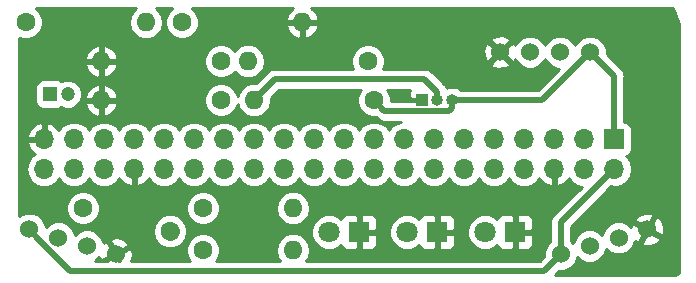
<source format=gbr>
G04 #@! TF.GenerationSoftware,KiCad,Pcbnew,(5.0.2)-1*
G04 #@! TF.CreationDate,2021-01-03T19:43:25+01:00*
G04 #@! TF.ProjectId,Radmesser,5261646d-6573-4736-9572-2e6b69636164,rev?*
G04 #@! TF.SameCoordinates,Original*
G04 #@! TF.FileFunction,Copper,L2,Bot*
G04 #@! TF.FilePolarity,Positive*
%FSLAX46Y46*%
G04 Gerber Fmt 4.6, Leading zero omitted, Abs format (unit mm)*
G04 Created by KiCad (PCBNEW (5.0.2)-1) date 03.01.2021 19:43:25*
%MOMM*%
%LPD*%
G01*
G04 APERTURE LIST*
G04 #@! TA.AperFunction,ComponentPad*
%ADD10C,1.600000*%
G04 #@! TD*
G04 #@! TA.AperFunction,Conductor*
%ADD11C,1.600000*%
G04 #@! TD*
G04 #@! TA.AperFunction,ComponentPad*
%ADD12C,1.530000*%
G04 #@! TD*
G04 #@! TA.AperFunction,ComponentPad*
%ADD13R,1.800000X1.800000*%
G04 #@! TD*
G04 #@! TA.AperFunction,ComponentPad*
%ADD14C,1.800000*%
G04 #@! TD*
G04 #@! TA.AperFunction,ComponentPad*
%ADD15O,1.700000X1.700000*%
G04 #@! TD*
G04 #@! TA.AperFunction,ComponentPad*
%ADD16R,1.700000X1.700000*%
G04 #@! TD*
G04 #@! TA.AperFunction,ComponentPad*
%ADD17O,1.000000X1.000000*%
G04 #@! TD*
G04 #@! TA.AperFunction,ComponentPad*
%ADD18R,1.000000X1.000000*%
G04 #@! TD*
G04 #@! TA.AperFunction,ComponentPad*
%ADD19C,1.200000*%
G04 #@! TD*
G04 #@! TA.AperFunction,ComponentPad*
%ADD20R,1.200000X1.200000*%
G04 #@! TD*
G04 #@! TA.AperFunction,ComponentPad*
%ADD21O,1.600000X1.600000*%
G04 #@! TD*
G04 #@! TA.AperFunction,Conductor*
%ADD22C,0.500000*%
G04 #@! TD*
G04 #@! TA.AperFunction,Conductor*
%ADD23C,0.254000*%
G04 #@! TD*
G04 APERTURE END LIST*
D10*
G04 #@! TO.P,R6,1*
G04 #@! TO.N,Net-(J1-Pad40)*
X149606000Y-97790000D03*
G04 #@! TO.P,R6,2*
G04 #@! TO.N,Net-(Dgrun1-Pad2)*
X156966355Y-99762201D03*
D11*
G04 #@! TD*
G04 #@! TO.N,Net-(Dgrun1-Pad2)*
G04 #@! TO.C,R6*
X156966355Y-99762201D02*
X156966355Y-99762201D01*
D12*
G04 #@! TO.P,Uvorne1,2*
G04 #@! TO.N,Net-(J1-Pad16)*
X147509198Y-100299941D03*
G04 #@! TO.P,Uvorne1,3*
G04 #@! TO.N,Net-(R4-Pad1)*
X149950802Y-101000059D03*
G04 #@! TO.P,Uvorne1,4*
G04 #@! TO.N,GND*
X152392407Y-101700179D03*
G04 #@! TO.P,Uvorne1,1*
G04 #@! TO.N,Net-(J1-Pad2)*
X145067593Y-99599821D03*
G04 #@! TD*
G04 #@! TO.P,Uhinten2,1*
G04 #@! TO.N,Net-(J1-Pad2)*
X190067593Y-101700180D03*
G04 #@! TO.P,Uhinten2,4*
G04 #@! TO.N,GND*
X197392407Y-99599820D03*
G04 #@! TO.P,Uhinten2,3*
G04 #@! TO.N,Net-(R2-Pad1)*
X194950802Y-100299941D03*
G04 #@! TO.P,Uhinten2,2*
G04 #@! TO.N,Net-(J1-Pad16)*
X192509198Y-101000059D03*
G04 #@! TD*
D13*
G04 #@! TO.P,Drot2,1*
G04 #@! TO.N,GND*
X186182000Y-99822000D03*
D14*
G04 #@! TO.P,Drot2,2*
G04 #@! TO.N,Net-(Drot2-Pad2)*
X183642000Y-99822000D03*
G04 #@! TD*
G04 #@! TO.P,Dgrun1,2*
G04 #@! TO.N,Net-(Dgrun1-Pad2)*
X177038000Y-99822000D03*
D13*
G04 #@! TO.P,Dgrun1,1*
G04 #@! TO.N,GND*
X179578000Y-99822000D03*
G04 #@! TD*
D12*
G04 #@! TO.P,GPS1,2*
G04 #@! TO.N,Net-(GPS1-Pad2)*
X189992000Y-84582000D03*
G04 #@! TO.P,GPS1,3*
G04 #@! TO.N,Net-(GPS1-Pad3)*
X187452000Y-84582000D03*
G04 #@! TO.P,GPS1,4*
G04 #@! TO.N,GND*
X184912000Y-84582000D03*
G04 #@! TO.P,GPS1,1*
G04 #@! TO.N,Net-(GPS1-Pad1)*
X192532000Y-84582000D03*
G04 #@! TD*
D15*
G04 #@! TO.P,J1,40*
G04 #@! TO.N,Net-(J1-Pad40)*
X146304000Y-94488000D03*
G04 #@! TO.P,J1,39*
G04 #@! TO.N,GND*
X146304000Y-91948000D03*
G04 #@! TO.P,J1,38*
G04 #@! TO.N,Net-(J1-Pad38)*
X148844000Y-94488000D03*
G04 #@! TO.P,J1,37*
G04 #@! TO.N,Net-(J1-Pad37)*
X148844000Y-91948000D03*
G04 #@! TO.P,J1,36*
G04 #@! TO.N,Net-(J1-Pad36)*
X151384000Y-94488000D03*
G04 #@! TO.P,J1,35*
G04 #@! TO.N,Net-(J1-Pad35)*
X151384000Y-91948000D03*
G04 #@! TO.P,J1,34*
G04 #@! TO.N,GND*
X153924000Y-94488000D03*
G04 #@! TO.P,J1,33*
G04 #@! TO.N,Net-(J1-Pad33)*
X153924000Y-91948000D03*
G04 #@! TO.P,J1,32*
G04 #@! TO.N,Net-(J1-Pad32)*
X156464000Y-94488000D03*
G04 #@! TO.P,J1,31*
G04 #@! TO.N,Net-(J1-Pad31)*
X156464000Y-91948000D03*
G04 #@! TO.P,J1,30*
G04 #@! TO.N,Net-(J1-Pad30)*
X159004000Y-94488000D03*
G04 #@! TO.P,J1,29*
G04 #@! TO.N,Net-(J1-Pad29)*
X159004000Y-91948000D03*
G04 #@! TO.P,J1,28*
G04 #@! TO.N,Net-(J1-Pad28)*
X161544000Y-94488000D03*
G04 #@! TO.P,J1,27*
G04 #@! TO.N,Net-(J1-Pad27)*
X161544000Y-91948000D03*
G04 #@! TO.P,J1,26*
G04 #@! TO.N,Net-(J1-Pad26)*
X164084000Y-94488000D03*
G04 #@! TO.P,J1,25*
G04 #@! TO.N,Net-(J1-Pad25)*
X164084000Y-91948000D03*
G04 #@! TO.P,J1,24*
G04 #@! TO.N,Net-(J1-Pad24)*
X166624000Y-94488000D03*
G04 #@! TO.P,J1,23*
G04 #@! TO.N,Net-(J1-Pad23)*
X166624000Y-91948000D03*
G04 #@! TO.P,J1,22*
G04 #@! TO.N,Net-(J1-Pad22)*
X169164000Y-94488000D03*
G04 #@! TO.P,J1,21*
G04 #@! TO.N,Net-(J1-Pad21)*
X169164000Y-91948000D03*
G04 #@! TO.P,J1,20*
G04 #@! TO.N,Net-(J1-Pad20)*
X171704000Y-94488000D03*
G04 #@! TO.P,J1,19*
G04 #@! TO.N,Net-(J1-Pad19)*
X171704000Y-91948000D03*
G04 #@! TO.P,J1,18*
G04 #@! TO.N,Net-(J1-Pad18)*
X174244000Y-94488000D03*
G04 #@! TO.P,J1,17*
G04 #@! TO.N,Net-(J1-Pad17)*
X174244000Y-91948000D03*
G04 #@! TO.P,J1,16*
G04 #@! TO.N,Net-(J1-Pad16)*
X176784000Y-94488000D03*
G04 #@! TO.P,J1,15*
G04 #@! TO.N,Net-(J1-Pad15)*
X176784000Y-91948000D03*
G04 #@! TO.P,J1,14*
G04 #@! TO.N,Net-(J1-Pad14)*
X179324000Y-94488000D03*
G04 #@! TO.P,J1,13*
G04 #@! TO.N,Net-(J1-Pad13)*
X179324000Y-91948000D03*
G04 #@! TO.P,J1,12*
G04 #@! TO.N,Net-(J1-Pad12)*
X181864000Y-94488000D03*
G04 #@! TO.P,J1,11*
G04 #@! TO.N,Net-(J1-Pad11)*
X181864000Y-91948000D03*
G04 #@! TO.P,J1,10*
G04 #@! TO.N,Net-(GPS1-Pad3)*
X184404000Y-94488000D03*
G04 #@! TO.P,J1,9*
G04 #@! TO.N,Net-(J1-Pad9)*
X184404000Y-91948000D03*
G04 #@! TO.P,J1,8*
G04 #@! TO.N,Net-(GPS1-Pad2)*
X186944000Y-94488000D03*
G04 #@! TO.P,J1,7*
G04 #@! TO.N,Net-(J1-Pad7)*
X186944000Y-91948000D03*
G04 #@! TO.P,J1,6*
G04 #@! TO.N,GND*
X189484000Y-94488000D03*
G04 #@! TO.P,J1,5*
G04 #@! TO.N,Net-(J1-Pad5)*
X189484000Y-91948000D03*
G04 #@! TO.P,J1,4*
G04 #@! TO.N,Net-(J1-Pad4)*
X192024000Y-94488000D03*
G04 #@! TO.P,J1,3*
G04 #@! TO.N,Net-(J1-Pad3)*
X192024000Y-91948000D03*
G04 #@! TO.P,J1,2*
G04 #@! TO.N,Net-(J1-Pad2)*
X194564000Y-94488000D03*
D16*
G04 #@! TO.P,J1,1*
G04 #@! TO.N,Net-(GPS1-Pad1)*
X194564000Y-91948000D03*
G04 #@! TD*
D17*
G04 #@! TO.P,U3,3*
G04 #@! TO.N,Net-(GPS1-Pad1)*
X180848000Y-88646000D03*
G04 #@! TO.P,U3,2*
G04 #@! TO.N,Net-(J1-Pad7)*
X179578000Y-88646000D03*
D18*
G04 #@! TO.P,U3,1*
G04 #@! TO.N,GND*
X178308000Y-88646000D03*
G04 #@! TD*
D19*
G04 #@! TO.P,SW1,2*
G04 #@! TO.N,Net-(J1-Pad17)*
X148312000Y-88138000D03*
D20*
G04 #@! TO.P,SW1,1*
G04 #@! TO.N,Net-(J1-Pad31)*
X146812000Y-88138000D03*
G04 #@! TD*
D21*
G04 #@! TO.P,R1,2*
G04 #@! TO.N,GND*
X151130000Y-85344000D03*
D10*
G04 #@! TO.P,R1,1*
G04 #@! TO.N,Net-(J1-Pad13)*
X161290000Y-85344000D03*
G04 #@! TD*
G04 #@! TO.P,R2,1*
G04 #@! TO.N,Net-(R2-Pad1)*
X173736000Y-85344000D03*
D21*
G04 #@! TO.P,R2,2*
G04 #@! TO.N,Net-(J1-Pad13)*
X163576000Y-85344000D03*
G04 #@! TD*
G04 #@! TO.P,R3,2*
G04 #@! TO.N,GND*
X168148000Y-82042000D03*
D10*
G04 #@! TO.P,R3,1*
G04 #@! TO.N,Net-(J1-Pad11)*
X157988000Y-82042000D03*
G04 #@! TD*
G04 #@! TO.P,R4,1*
G04 #@! TO.N,Net-(R4-Pad1)*
X144780000Y-82042000D03*
D21*
G04 #@! TO.P,R4,2*
G04 #@! TO.N,Net-(J1-Pad11)*
X154940000Y-82042000D03*
G04 #@! TD*
G04 #@! TO.P,R7,2*
G04 #@! TO.N,Net-(J1-Pad7)*
X164084000Y-88646000D03*
D10*
G04 #@! TO.P,R7,1*
G04 #@! TO.N,Net-(GPS1-Pad1)*
X174244000Y-88646000D03*
G04 #@! TD*
G04 #@! TO.P,R8,1*
G04 #@! TO.N,Net-(J1-Pad31)*
X161290000Y-88646000D03*
D21*
G04 #@! TO.P,R8,2*
G04 #@! TO.N,GND*
X151130000Y-88646000D03*
G04 #@! TD*
D14*
G04 #@! TO.P,Dgelb3,2*
G04 #@! TO.N,Net-(Dgelb3-Pad2)*
X170434000Y-99822000D03*
D13*
G04 #@! TO.P,Dgelb3,1*
G04 #@! TO.N,GND*
X172974000Y-99822000D03*
G04 #@! TD*
D21*
G04 #@! TO.P,R5,2*
G04 #@! TO.N,Net-(Drot2-Pad2)*
X167386000Y-101346000D03*
D10*
G04 #@! TO.P,R5,1*
G04 #@! TO.N,Net-(J1-Pad38)*
X159766000Y-101346000D03*
G04 #@! TD*
D21*
G04 #@! TO.P,R9,2*
G04 #@! TO.N,Net-(Dgelb3-Pad2)*
X167386000Y-97790000D03*
D10*
G04 #@! TO.P,R9,1*
G04 #@! TO.N,Net-(J1-Pad36)*
X159766000Y-97790000D03*
G04 #@! TD*
D22*
G04 #@! TO.N,Net-(GPS1-Pad1)*
X194564000Y-86614000D02*
X192532000Y-84582000D01*
X194564000Y-91948000D02*
X194564000Y-86614000D01*
X188468000Y-88646000D02*
X192532000Y-84582000D01*
X180848000Y-88646000D02*
X188468000Y-88646000D01*
X175043999Y-89445999D02*
X174244000Y-88646000D01*
X175194001Y-89596001D02*
X175043999Y-89445999D01*
X180605105Y-89596001D02*
X175194001Y-89596001D01*
X180848000Y-89353106D02*
X180605105Y-89596001D01*
X180848000Y-88646000D02*
X180848000Y-89353106D01*
G04 #@! TO.N,Net-(J1-Pad7)*
X164084000Y-88646000D02*
X165862000Y-86868000D01*
X179578000Y-87938894D02*
X179578000Y-88646000D01*
X178507106Y-86868000D02*
X179578000Y-87938894D01*
X165862000Y-86868000D02*
X178507106Y-86868000D01*
G04 #@! TO.N,Net-(J1-Pad2)*
X190067593Y-98984407D02*
X190067593Y-101700180D01*
X194564000Y-94488000D02*
X190067593Y-98984407D01*
X145832592Y-100421537D02*
X148535055Y-103124000D01*
X145067593Y-99599821D02*
X145832592Y-100364820D01*
X145832592Y-100364820D02*
X145832592Y-100421537D01*
X188643773Y-103124000D02*
X190067593Y-101700180D01*
X148535055Y-103124000D02*
X188643773Y-103124000D01*
G04 #@! TD*
D23*
G04 #@! TO.N,GND*
G36*
X153905423Y-81007423D02*
X153588260Y-81482091D01*
X153476887Y-82042000D01*
X153588260Y-82601909D01*
X153905423Y-83076577D01*
X154380091Y-83393740D01*
X154798667Y-83477000D01*
X155081333Y-83477000D01*
X155499909Y-83393740D01*
X155974577Y-83076577D01*
X156291740Y-82601909D01*
X156403113Y-82042000D01*
X156291740Y-81482091D01*
X155974577Y-81007423D01*
X155753943Y-80860000D01*
X157140604Y-80860000D01*
X156771466Y-81229138D01*
X156553000Y-81756561D01*
X156553000Y-82327439D01*
X156771466Y-82854862D01*
X157175138Y-83258534D01*
X157702561Y-83477000D01*
X158273439Y-83477000D01*
X158800862Y-83258534D01*
X159204534Y-82854862D01*
X159396655Y-82391039D01*
X166756096Y-82391039D01*
X166916959Y-82779423D01*
X167292866Y-83194389D01*
X167798959Y-83433914D01*
X168021000Y-83312629D01*
X168021000Y-82169000D01*
X168275000Y-82169000D01*
X168275000Y-83312629D01*
X168497041Y-83433914D01*
X169003134Y-83194389D01*
X169379041Y-82779423D01*
X169539904Y-82391039D01*
X169417915Y-82169000D01*
X168275000Y-82169000D01*
X168021000Y-82169000D01*
X166878085Y-82169000D01*
X166756096Y-82391039D01*
X159396655Y-82391039D01*
X159423000Y-82327439D01*
X159423000Y-81756561D01*
X159204534Y-81229138D01*
X158835396Y-80860000D01*
X167355431Y-80860000D01*
X167292866Y-80889611D01*
X166916959Y-81304577D01*
X166756096Y-81692961D01*
X166878085Y-81915000D01*
X168021000Y-81915000D01*
X168021000Y-81895000D01*
X168275000Y-81895000D01*
X168275000Y-81915000D01*
X169417915Y-81915000D01*
X169539904Y-81692961D01*
X169379041Y-81304577D01*
X169003134Y-80889611D01*
X168940569Y-80860000D01*
X199513890Y-80860000D01*
X200025000Y-82177449D01*
X200025000Y-103322055D01*
X199759183Y-103430043D01*
X189587508Y-103431844D01*
X189919171Y-103100180D01*
X190346070Y-103100180D01*
X190860630Y-102887043D01*
X191254456Y-102493217D01*
X191467593Y-101978657D01*
X191467593Y-101938354D01*
X191716161Y-102186922D01*
X192230721Y-102400059D01*
X192787675Y-102400059D01*
X193302235Y-102186922D01*
X193696061Y-101793096D01*
X193909198Y-101278536D01*
X193909198Y-101238237D01*
X194157765Y-101486804D01*
X194672325Y-101699941D01*
X195229279Y-101699941D01*
X195743839Y-101486804D01*
X196137665Y-101092978D01*
X196273340Y-100765428D01*
X196891506Y-100765428D01*
X197025475Y-100979281D01*
X197581303Y-101014695D01*
X198108373Y-100834707D01*
X198434586Y-100575225D01*
X198434873Y-100322874D01*
X197441913Y-99772468D01*
X196891506Y-100765428D01*
X196273340Y-100765428D01*
X196350802Y-100578418D01*
X196350802Y-100558774D01*
X196417002Y-100641999D01*
X196669353Y-100642286D01*
X197219759Y-99649326D01*
X197041137Y-99550314D01*
X197565055Y-99550314D01*
X198558015Y-100100721D01*
X198771868Y-99966752D01*
X198807282Y-99410924D01*
X198627294Y-98883854D01*
X198367812Y-98557641D01*
X198115461Y-98557354D01*
X197565055Y-99550314D01*
X197041137Y-99550314D01*
X196226799Y-99098919D01*
X196012946Y-99232888D01*
X196004003Y-99373242D01*
X195743839Y-99113078D01*
X195229279Y-98899941D01*
X194672325Y-98899941D01*
X194157765Y-99113078D01*
X193763939Y-99506904D01*
X193550802Y-100021464D01*
X193550802Y-100061763D01*
X193302235Y-99813196D01*
X192787675Y-99600059D01*
X192230721Y-99600059D01*
X191716161Y-99813196D01*
X191322335Y-100207022D01*
X191109198Y-100721582D01*
X191109198Y-100761885D01*
X190952593Y-100605280D01*
X190952593Y-99350985D01*
X191426812Y-98876766D01*
X196349941Y-98876766D01*
X197342901Y-99427172D01*
X197893308Y-98434212D01*
X197759339Y-98220359D01*
X197203511Y-98184945D01*
X196676441Y-98364933D01*
X196350228Y-98624415D01*
X196349941Y-98876766D01*
X191426812Y-98876766D01*
X194345040Y-95958538D01*
X194417744Y-95973000D01*
X194710256Y-95973000D01*
X195143418Y-95886839D01*
X195634625Y-95558625D01*
X195962839Y-95067418D01*
X196078092Y-94488000D01*
X195962839Y-93908582D01*
X195634625Y-93417375D01*
X195616381Y-93405184D01*
X195661765Y-93396157D01*
X195871809Y-93255809D01*
X196012157Y-93045765D01*
X196061440Y-92798000D01*
X196061440Y-91098000D01*
X196012157Y-90850235D01*
X195871809Y-90640191D01*
X195661765Y-90499843D01*
X195449000Y-90457522D01*
X195449000Y-86701161D01*
X195466337Y-86614000D01*
X195449000Y-86526839D01*
X195449000Y-86526835D01*
X195397652Y-86268690D01*
X195202049Y-85975951D01*
X195128156Y-85926577D01*
X193932000Y-84730422D01*
X193932000Y-84303523D01*
X193718863Y-83788963D01*
X193325037Y-83395137D01*
X192810477Y-83182000D01*
X192253523Y-83182000D01*
X191738963Y-83395137D01*
X191345137Y-83788963D01*
X191262000Y-83989674D01*
X191178863Y-83788963D01*
X190785037Y-83395137D01*
X190270477Y-83182000D01*
X189713523Y-83182000D01*
X189198963Y-83395137D01*
X188805137Y-83788963D01*
X188722000Y-83989674D01*
X188638863Y-83788963D01*
X188245037Y-83395137D01*
X187730477Y-83182000D01*
X187173523Y-83182000D01*
X186658963Y-83395137D01*
X186265137Y-83788963D01*
X186188565Y-83973824D01*
X186136883Y-83849051D01*
X185894387Y-83779218D01*
X185091605Y-84582000D01*
X185894387Y-85384782D01*
X186136883Y-85314949D01*
X186184730Y-85180917D01*
X186265137Y-85375037D01*
X186658963Y-85768863D01*
X187173523Y-85982000D01*
X187730477Y-85982000D01*
X188245037Y-85768863D01*
X188638863Y-85375037D01*
X188722000Y-85174326D01*
X188805137Y-85375037D01*
X189198963Y-85768863D01*
X189713523Y-85982000D01*
X189880421Y-85982000D01*
X188101422Y-87761000D01*
X181566449Y-87761000D01*
X181290855Y-87576854D01*
X180959783Y-87511000D01*
X180736217Y-87511000D01*
X180405145Y-87576854D01*
X180401915Y-87579012D01*
X180303788Y-87432155D01*
X180265424Y-87374739D01*
X180265423Y-87374738D01*
X180216049Y-87300845D01*
X180142156Y-87251471D01*
X179194531Y-86303847D01*
X179145155Y-86229951D01*
X178852416Y-86034348D01*
X178594271Y-85983000D01*
X178594267Y-85983000D01*
X178507106Y-85965663D01*
X178419945Y-85983000D01*
X175024550Y-85983000D01*
X175171000Y-85629439D01*
X175171000Y-85564387D01*
X184109218Y-85564387D01*
X184179051Y-85806883D01*
X184703586Y-85994132D01*
X185259850Y-85966396D01*
X185644949Y-85806883D01*
X185714782Y-85564387D01*
X184912000Y-84761605D01*
X184109218Y-85564387D01*
X175171000Y-85564387D01*
X175171000Y-85058561D01*
X174952534Y-84531138D01*
X174794982Y-84373586D01*
X183499868Y-84373586D01*
X183527604Y-84929850D01*
X183687117Y-85314949D01*
X183929613Y-85384782D01*
X184732395Y-84582000D01*
X183929613Y-83779218D01*
X183687117Y-83849051D01*
X183499868Y-84373586D01*
X174794982Y-84373586D01*
X174548862Y-84127466D01*
X174021439Y-83909000D01*
X173450561Y-83909000D01*
X172923138Y-84127466D01*
X172519466Y-84531138D01*
X172301000Y-85058561D01*
X172301000Y-85629439D01*
X172447450Y-85983000D01*
X165949161Y-85983000D01*
X165862000Y-85965663D01*
X165774839Y-85983000D01*
X165774835Y-85983000D01*
X165516690Y-86034348D01*
X165297845Y-86180576D01*
X165297844Y-86180577D01*
X165223951Y-86229951D01*
X165174577Y-86303844D01*
X164260439Y-87217983D01*
X164225333Y-87211000D01*
X163942667Y-87211000D01*
X163524091Y-87294260D01*
X163049423Y-87611423D01*
X162732260Y-88086091D01*
X162693021Y-88283357D01*
X162506534Y-87833138D01*
X162102862Y-87429466D01*
X161575439Y-87211000D01*
X161004561Y-87211000D01*
X160477138Y-87429466D01*
X160073466Y-87833138D01*
X159855000Y-88360561D01*
X159855000Y-88931439D01*
X160073466Y-89458862D01*
X160477138Y-89862534D01*
X161004561Y-90081000D01*
X161575439Y-90081000D01*
X162102862Y-89862534D01*
X162506534Y-89458862D01*
X162693021Y-89008643D01*
X162732260Y-89205909D01*
X163049423Y-89680577D01*
X163524091Y-89997740D01*
X163942667Y-90081000D01*
X164225333Y-90081000D01*
X164643909Y-89997740D01*
X165118577Y-89680577D01*
X165435740Y-89205909D01*
X165547113Y-88646000D01*
X165512017Y-88469561D01*
X166228579Y-87753000D01*
X173107604Y-87753000D01*
X173027466Y-87833138D01*
X172809000Y-88360561D01*
X172809000Y-88931439D01*
X173027466Y-89458862D01*
X173431138Y-89862534D01*
X173958561Y-90081000D01*
X174427421Y-90081000D01*
X174479844Y-90133423D01*
X174479847Y-90133425D01*
X174506576Y-90160154D01*
X174555952Y-90234050D01*
X174848691Y-90429653D01*
X175106836Y-90481001D01*
X175106840Y-90481001D01*
X175194001Y-90498338D01*
X175281162Y-90481001D01*
X176547247Y-90481001D01*
X176204582Y-90549161D01*
X175713375Y-90877375D01*
X175514000Y-91175761D01*
X175314625Y-90877375D01*
X174823418Y-90549161D01*
X174390256Y-90463000D01*
X174097744Y-90463000D01*
X173664582Y-90549161D01*
X173173375Y-90877375D01*
X172974000Y-91175761D01*
X172774625Y-90877375D01*
X172283418Y-90549161D01*
X171850256Y-90463000D01*
X171557744Y-90463000D01*
X171124582Y-90549161D01*
X170633375Y-90877375D01*
X170434000Y-91175761D01*
X170234625Y-90877375D01*
X169743418Y-90549161D01*
X169310256Y-90463000D01*
X169017744Y-90463000D01*
X168584582Y-90549161D01*
X168093375Y-90877375D01*
X167894000Y-91175761D01*
X167694625Y-90877375D01*
X167203418Y-90549161D01*
X166770256Y-90463000D01*
X166477744Y-90463000D01*
X166044582Y-90549161D01*
X165553375Y-90877375D01*
X165354000Y-91175761D01*
X165154625Y-90877375D01*
X164663418Y-90549161D01*
X164230256Y-90463000D01*
X163937744Y-90463000D01*
X163504582Y-90549161D01*
X163013375Y-90877375D01*
X162814000Y-91175761D01*
X162614625Y-90877375D01*
X162123418Y-90549161D01*
X161690256Y-90463000D01*
X161397744Y-90463000D01*
X160964582Y-90549161D01*
X160473375Y-90877375D01*
X160274000Y-91175761D01*
X160074625Y-90877375D01*
X159583418Y-90549161D01*
X159150256Y-90463000D01*
X158857744Y-90463000D01*
X158424582Y-90549161D01*
X157933375Y-90877375D01*
X157734000Y-91175761D01*
X157534625Y-90877375D01*
X157043418Y-90549161D01*
X156610256Y-90463000D01*
X156317744Y-90463000D01*
X155884582Y-90549161D01*
X155393375Y-90877375D01*
X155194000Y-91175761D01*
X154994625Y-90877375D01*
X154503418Y-90549161D01*
X154070256Y-90463000D01*
X153777744Y-90463000D01*
X153344582Y-90549161D01*
X152853375Y-90877375D01*
X152654000Y-91175761D01*
X152454625Y-90877375D01*
X151963418Y-90549161D01*
X151530256Y-90463000D01*
X151237744Y-90463000D01*
X150804582Y-90549161D01*
X150313375Y-90877375D01*
X150114000Y-91175761D01*
X149914625Y-90877375D01*
X149423418Y-90549161D01*
X148990256Y-90463000D01*
X148697744Y-90463000D01*
X148264582Y-90549161D01*
X147773375Y-90877375D01*
X147560157Y-91196478D01*
X147499183Y-91066642D01*
X147070924Y-90676355D01*
X146660890Y-90506524D01*
X146431000Y-90627845D01*
X146431000Y-91821000D01*
X146451000Y-91821000D01*
X146451000Y-92075000D01*
X146431000Y-92075000D01*
X146431000Y-92095000D01*
X146177000Y-92095000D01*
X146177000Y-92075000D01*
X144983181Y-92075000D01*
X144862514Y-92304892D01*
X145108817Y-92829358D01*
X145533786Y-93216647D01*
X145233375Y-93417375D01*
X144905161Y-93908582D01*
X144789908Y-94488000D01*
X144905161Y-95067418D01*
X145233375Y-95558625D01*
X145724582Y-95886839D01*
X146157744Y-95973000D01*
X146450256Y-95973000D01*
X146883418Y-95886839D01*
X147374625Y-95558625D01*
X147574000Y-95260239D01*
X147773375Y-95558625D01*
X148264582Y-95886839D01*
X148697744Y-95973000D01*
X148990256Y-95973000D01*
X149423418Y-95886839D01*
X149914625Y-95558625D01*
X150114000Y-95260239D01*
X150313375Y-95558625D01*
X150804582Y-95886839D01*
X151237744Y-95973000D01*
X151530256Y-95973000D01*
X151963418Y-95886839D01*
X152454625Y-95558625D01*
X152667843Y-95239522D01*
X152728817Y-95369358D01*
X153157076Y-95759645D01*
X153567110Y-95929476D01*
X153797000Y-95808155D01*
X153797000Y-94615000D01*
X153777000Y-94615000D01*
X153777000Y-94361000D01*
X153797000Y-94361000D01*
X153797000Y-94341000D01*
X154051000Y-94341000D01*
X154051000Y-94361000D01*
X154071000Y-94361000D01*
X154071000Y-94615000D01*
X154051000Y-94615000D01*
X154051000Y-95808155D01*
X154280890Y-95929476D01*
X154690924Y-95759645D01*
X155119183Y-95369358D01*
X155180157Y-95239522D01*
X155393375Y-95558625D01*
X155884582Y-95886839D01*
X156317744Y-95973000D01*
X156610256Y-95973000D01*
X157043418Y-95886839D01*
X157534625Y-95558625D01*
X157734000Y-95260239D01*
X157933375Y-95558625D01*
X158424582Y-95886839D01*
X158857744Y-95973000D01*
X159150256Y-95973000D01*
X159583418Y-95886839D01*
X160074625Y-95558625D01*
X160274000Y-95260239D01*
X160473375Y-95558625D01*
X160964582Y-95886839D01*
X161397744Y-95973000D01*
X161690256Y-95973000D01*
X162123418Y-95886839D01*
X162614625Y-95558625D01*
X162814000Y-95260239D01*
X163013375Y-95558625D01*
X163504582Y-95886839D01*
X163937744Y-95973000D01*
X164230256Y-95973000D01*
X164663418Y-95886839D01*
X165154625Y-95558625D01*
X165354000Y-95260239D01*
X165553375Y-95558625D01*
X166044582Y-95886839D01*
X166477744Y-95973000D01*
X166770256Y-95973000D01*
X167203418Y-95886839D01*
X167694625Y-95558625D01*
X167894000Y-95260239D01*
X168093375Y-95558625D01*
X168584582Y-95886839D01*
X169017744Y-95973000D01*
X169310256Y-95973000D01*
X169743418Y-95886839D01*
X170234625Y-95558625D01*
X170434000Y-95260239D01*
X170633375Y-95558625D01*
X171124582Y-95886839D01*
X171557744Y-95973000D01*
X171850256Y-95973000D01*
X172283418Y-95886839D01*
X172774625Y-95558625D01*
X172974000Y-95260239D01*
X173173375Y-95558625D01*
X173664582Y-95886839D01*
X174097744Y-95973000D01*
X174390256Y-95973000D01*
X174823418Y-95886839D01*
X175314625Y-95558625D01*
X175514000Y-95260239D01*
X175713375Y-95558625D01*
X176204582Y-95886839D01*
X176637744Y-95973000D01*
X176930256Y-95973000D01*
X177363418Y-95886839D01*
X177854625Y-95558625D01*
X178054000Y-95260239D01*
X178253375Y-95558625D01*
X178744582Y-95886839D01*
X179177744Y-95973000D01*
X179470256Y-95973000D01*
X179903418Y-95886839D01*
X180394625Y-95558625D01*
X180594000Y-95260239D01*
X180793375Y-95558625D01*
X181284582Y-95886839D01*
X181717744Y-95973000D01*
X182010256Y-95973000D01*
X182443418Y-95886839D01*
X182934625Y-95558625D01*
X183134000Y-95260239D01*
X183333375Y-95558625D01*
X183824582Y-95886839D01*
X184257744Y-95973000D01*
X184550256Y-95973000D01*
X184983418Y-95886839D01*
X185474625Y-95558625D01*
X185674000Y-95260239D01*
X185873375Y-95558625D01*
X186364582Y-95886839D01*
X186797744Y-95973000D01*
X187090256Y-95973000D01*
X187523418Y-95886839D01*
X188014625Y-95558625D01*
X188227843Y-95239522D01*
X188288817Y-95369358D01*
X188717076Y-95759645D01*
X189127110Y-95929476D01*
X189357000Y-95808155D01*
X189357000Y-94615000D01*
X189337000Y-94615000D01*
X189337000Y-94361000D01*
X189357000Y-94361000D01*
X189357000Y-94341000D01*
X189611000Y-94341000D01*
X189611000Y-94361000D01*
X189631000Y-94361000D01*
X189631000Y-94615000D01*
X189611000Y-94615000D01*
X189611000Y-95808155D01*
X189840890Y-95929476D01*
X190250924Y-95759645D01*
X190679183Y-95369358D01*
X190740157Y-95239522D01*
X190953375Y-95558625D01*
X191444582Y-95886839D01*
X191835770Y-95964651D01*
X189503440Y-98296982D01*
X189429544Y-98346358D01*
X189233941Y-98639098D01*
X189182593Y-98897243D01*
X189182593Y-98897246D01*
X189165256Y-98984407D01*
X189182593Y-99071568D01*
X189182594Y-100605279D01*
X188880730Y-100907143D01*
X188667593Y-101421703D01*
X188667593Y-101848602D01*
X188277195Y-102239000D01*
X168515176Y-102239000D01*
X168737740Y-101905909D01*
X168849113Y-101346000D01*
X168737740Y-100786091D01*
X168420577Y-100311423D01*
X167945909Y-99994260D01*
X167527333Y-99911000D01*
X167244667Y-99911000D01*
X166826091Y-99994260D01*
X166351423Y-100311423D01*
X166034260Y-100786091D01*
X165922887Y-101346000D01*
X166034260Y-101905909D01*
X166256824Y-102239000D01*
X160902396Y-102239000D01*
X160982534Y-102158862D01*
X161201000Y-101631439D01*
X161201000Y-101060561D01*
X160982534Y-100533138D01*
X160578862Y-100129466D01*
X160051439Y-99911000D01*
X159480561Y-99911000D01*
X158953138Y-100129466D01*
X158549466Y-100533138D01*
X158331000Y-101060561D01*
X158331000Y-101631439D01*
X158549466Y-102158862D01*
X158629604Y-102239000D01*
X153704243Y-102239000D01*
X153819055Y-101747396D01*
X153771868Y-101333247D01*
X153558015Y-101199278D01*
X152601384Y-101729548D01*
X152586156Y-101714320D01*
X152406548Y-101893928D01*
X152751620Y-102239000D01*
X152545874Y-102239000D01*
X152363038Y-101909156D01*
X152378266Y-101893928D01*
X152198658Y-101714320D01*
X151673978Y-102239000D01*
X150618111Y-102239000D01*
X150743839Y-102186922D01*
X150997676Y-101933085D01*
X151012946Y-102067111D01*
X151226799Y-102201080D01*
X152219759Y-101650673D01*
X151669353Y-100657713D01*
X151417002Y-100658000D01*
X151350802Y-100750312D01*
X151350802Y-100721582D01*
X151273340Y-100534571D01*
X151891506Y-100534571D01*
X152441913Y-101527531D01*
X153434873Y-100977125D01*
X153434586Y-100724774D01*
X152981984Y-100400197D01*
X152439624Y-100273531D01*
X152025475Y-100320718D01*
X151891506Y-100534571D01*
X151273340Y-100534571D01*
X151137665Y-100207022D01*
X150743839Y-99813196D01*
X150620726Y-99762201D01*
X155503242Y-99762201D01*
X155614615Y-100322110D01*
X155931778Y-100796778D01*
X156406446Y-101113941D01*
X156825022Y-101197201D01*
X157107688Y-101197201D01*
X157526264Y-101113941D01*
X158000932Y-100796778D01*
X158318095Y-100322110D01*
X158429468Y-99762201D01*
X158380629Y-99516670D01*
X168899000Y-99516670D01*
X168899000Y-100127330D01*
X169132690Y-100691507D01*
X169564493Y-101123310D01*
X170128670Y-101357000D01*
X170739330Y-101357000D01*
X171303507Y-101123310D01*
X171479861Y-100946956D01*
X171535673Y-101081699D01*
X171714302Y-101260327D01*
X171947691Y-101357000D01*
X172688250Y-101357000D01*
X172847000Y-101198250D01*
X172847000Y-99949000D01*
X173101000Y-99949000D01*
X173101000Y-101198250D01*
X173259750Y-101357000D01*
X174000309Y-101357000D01*
X174233698Y-101260327D01*
X174412327Y-101081699D01*
X174509000Y-100848310D01*
X174509000Y-100107750D01*
X174350250Y-99949000D01*
X173101000Y-99949000D01*
X172847000Y-99949000D01*
X172827000Y-99949000D01*
X172827000Y-99695000D01*
X172847000Y-99695000D01*
X172847000Y-98445750D01*
X173101000Y-98445750D01*
X173101000Y-99695000D01*
X174350250Y-99695000D01*
X174509000Y-99536250D01*
X174509000Y-99516670D01*
X175503000Y-99516670D01*
X175503000Y-100127330D01*
X175736690Y-100691507D01*
X176168493Y-101123310D01*
X176732670Y-101357000D01*
X177343330Y-101357000D01*
X177907507Y-101123310D01*
X178083861Y-100946956D01*
X178139673Y-101081699D01*
X178318302Y-101260327D01*
X178551691Y-101357000D01*
X179292250Y-101357000D01*
X179451000Y-101198250D01*
X179451000Y-99949000D01*
X179705000Y-99949000D01*
X179705000Y-101198250D01*
X179863750Y-101357000D01*
X180604309Y-101357000D01*
X180837698Y-101260327D01*
X181016327Y-101081699D01*
X181113000Y-100848310D01*
X181113000Y-100107750D01*
X180954250Y-99949000D01*
X179705000Y-99949000D01*
X179451000Y-99949000D01*
X179431000Y-99949000D01*
X179431000Y-99695000D01*
X179451000Y-99695000D01*
X179451000Y-98445750D01*
X179705000Y-98445750D01*
X179705000Y-99695000D01*
X180954250Y-99695000D01*
X181113000Y-99536250D01*
X181113000Y-99516670D01*
X182107000Y-99516670D01*
X182107000Y-100127330D01*
X182340690Y-100691507D01*
X182772493Y-101123310D01*
X183336670Y-101357000D01*
X183947330Y-101357000D01*
X184511507Y-101123310D01*
X184687861Y-100946956D01*
X184743673Y-101081699D01*
X184922302Y-101260327D01*
X185155691Y-101357000D01*
X185896250Y-101357000D01*
X186055000Y-101198250D01*
X186055000Y-99949000D01*
X186309000Y-99949000D01*
X186309000Y-101198250D01*
X186467750Y-101357000D01*
X187208309Y-101357000D01*
X187441698Y-101260327D01*
X187620327Y-101081699D01*
X187717000Y-100848310D01*
X187717000Y-100107750D01*
X187558250Y-99949000D01*
X186309000Y-99949000D01*
X186055000Y-99949000D01*
X186035000Y-99949000D01*
X186035000Y-99695000D01*
X186055000Y-99695000D01*
X186055000Y-98445750D01*
X186309000Y-98445750D01*
X186309000Y-99695000D01*
X187558250Y-99695000D01*
X187717000Y-99536250D01*
X187717000Y-98795690D01*
X187620327Y-98562301D01*
X187441698Y-98383673D01*
X187208309Y-98287000D01*
X186467750Y-98287000D01*
X186309000Y-98445750D01*
X186055000Y-98445750D01*
X185896250Y-98287000D01*
X185155691Y-98287000D01*
X184922302Y-98383673D01*
X184743673Y-98562301D01*
X184687861Y-98697044D01*
X184511507Y-98520690D01*
X183947330Y-98287000D01*
X183336670Y-98287000D01*
X182772493Y-98520690D01*
X182340690Y-98952493D01*
X182107000Y-99516670D01*
X181113000Y-99516670D01*
X181113000Y-98795690D01*
X181016327Y-98562301D01*
X180837698Y-98383673D01*
X180604309Y-98287000D01*
X179863750Y-98287000D01*
X179705000Y-98445750D01*
X179451000Y-98445750D01*
X179292250Y-98287000D01*
X178551691Y-98287000D01*
X178318302Y-98383673D01*
X178139673Y-98562301D01*
X178083861Y-98697044D01*
X177907507Y-98520690D01*
X177343330Y-98287000D01*
X176732670Y-98287000D01*
X176168493Y-98520690D01*
X175736690Y-98952493D01*
X175503000Y-99516670D01*
X174509000Y-99516670D01*
X174509000Y-98795690D01*
X174412327Y-98562301D01*
X174233698Y-98383673D01*
X174000309Y-98287000D01*
X173259750Y-98287000D01*
X173101000Y-98445750D01*
X172847000Y-98445750D01*
X172688250Y-98287000D01*
X171947691Y-98287000D01*
X171714302Y-98383673D01*
X171535673Y-98562301D01*
X171479861Y-98697044D01*
X171303507Y-98520690D01*
X170739330Y-98287000D01*
X170128670Y-98287000D01*
X169564493Y-98520690D01*
X169132690Y-98952493D01*
X168899000Y-99516670D01*
X158380629Y-99516670D01*
X158318095Y-99202292D01*
X158000932Y-98727624D01*
X157526264Y-98410461D01*
X157107688Y-98327201D01*
X156825022Y-98327201D01*
X156406446Y-98410461D01*
X155931778Y-98727624D01*
X155614615Y-99202292D01*
X155503242Y-99762201D01*
X150620726Y-99762201D01*
X150229279Y-99600059D01*
X149672325Y-99600059D01*
X149157765Y-99813196D01*
X148909198Y-100061763D01*
X148909198Y-100021464D01*
X148696061Y-99506904D01*
X148302235Y-99113078D01*
X147787675Y-98899941D01*
X147230721Y-98899941D01*
X146716161Y-99113078D01*
X146467593Y-99361646D01*
X146467593Y-99321344D01*
X146254456Y-98806784D01*
X145860630Y-98412958D01*
X145346070Y-98199821D01*
X144789116Y-98199821D01*
X144274556Y-98412958D01*
X144220000Y-98467514D01*
X144220000Y-97504561D01*
X148171000Y-97504561D01*
X148171000Y-98075439D01*
X148389466Y-98602862D01*
X148793138Y-99006534D01*
X149320561Y-99225000D01*
X149891439Y-99225000D01*
X150418862Y-99006534D01*
X150822534Y-98602862D01*
X151041000Y-98075439D01*
X151041000Y-97504561D01*
X158331000Y-97504561D01*
X158331000Y-98075439D01*
X158549466Y-98602862D01*
X158953138Y-99006534D01*
X159480561Y-99225000D01*
X160051439Y-99225000D01*
X160578862Y-99006534D01*
X160982534Y-98602862D01*
X161201000Y-98075439D01*
X161201000Y-97790000D01*
X165922887Y-97790000D01*
X166034260Y-98349909D01*
X166351423Y-98824577D01*
X166826091Y-99141740D01*
X167244667Y-99225000D01*
X167527333Y-99225000D01*
X167945909Y-99141740D01*
X168420577Y-98824577D01*
X168737740Y-98349909D01*
X168849113Y-97790000D01*
X168737740Y-97230091D01*
X168420577Y-96755423D01*
X167945909Y-96438260D01*
X167527333Y-96355000D01*
X167244667Y-96355000D01*
X166826091Y-96438260D01*
X166351423Y-96755423D01*
X166034260Y-97230091D01*
X165922887Y-97790000D01*
X161201000Y-97790000D01*
X161201000Y-97504561D01*
X160982534Y-96977138D01*
X160578862Y-96573466D01*
X160051439Y-96355000D01*
X159480561Y-96355000D01*
X158953138Y-96573466D01*
X158549466Y-96977138D01*
X158331000Y-97504561D01*
X151041000Y-97504561D01*
X150822534Y-96977138D01*
X150418862Y-96573466D01*
X149891439Y-96355000D01*
X149320561Y-96355000D01*
X148793138Y-96573466D01*
X148389466Y-96977138D01*
X148171000Y-97504561D01*
X144220000Y-97504561D01*
X144220000Y-91591108D01*
X144862514Y-91591108D01*
X144983181Y-91821000D01*
X146177000Y-91821000D01*
X146177000Y-90627845D01*
X145947110Y-90506524D01*
X145537076Y-90676355D01*
X145108817Y-91066642D01*
X144862514Y-91591108D01*
X144220000Y-91591108D01*
X144220000Y-87538000D01*
X145564560Y-87538000D01*
X145564560Y-88738000D01*
X145613843Y-88985765D01*
X145754191Y-89195809D01*
X145964235Y-89336157D01*
X146212000Y-89385440D01*
X147412000Y-89385440D01*
X147659765Y-89336157D01*
X147781317Y-89254938D01*
X148066343Y-89373000D01*
X148557657Y-89373000D01*
X149011571Y-89184982D01*
X149201514Y-88995039D01*
X149738096Y-88995039D01*
X149898959Y-89383423D01*
X150274866Y-89798389D01*
X150780959Y-90037914D01*
X151003000Y-89916629D01*
X151003000Y-88773000D01*
X151257000Y-88773000D01*
X151257000Y-89916629D01*
X151479041Y-90037914D01*
X151985134Y-89798389D01*
X152361041Y-89383423D01*
X152521904Y-88995039D01*
X152399915Y-88773000D01*
X151257000Y-88773000D01*
X151003000Y-88773000D01*
X149860085Y-88773000D01*
X149738096Y-88995039D01*
X149201514Y-88995039D01*
X149358982Y-88837571D01*
X149547000Y-88383657D01*
X149547000Y-88296961D01*
X149738096Y-88296961D01*
X149860085Y-88519000D01*
X151003000Y-88519000D01*
X151003000Y-87375371D01*
X151257000Y-87375371D01*
X151257000Y-88519000D01*
X152399915Y-88519000D01*
X152521904Y-88296961D01*
X152361041Y-87908577D01*
X151985134Y-87493611D01*
X151479041Y-87254086D01*
X151257000Y-87375371D01*
X151003000Y-87375371D01*
X150780959Y-87254086D01*
X150274866Y-87493611D01*
X149898959Y-87908577D01*
X149738096Y-88296961D01*
X149547000Y-88296961D01*
X149547000Y-87892343D01*
X149358982Y-87438429D01*
X149011571Y-87091018D01*
X148557657Y-86903000D01*
X148066343Y-86903000D01*
X147781317Y-87021062D01*
X147659765Y-86939843D01*
X147412000Y-86890560D01*
X146212000Y-86890560D01*
X145964235Y-86939843D01*
X145754191Y-87080191D01*
X145613843Y-87290235D01*
X145564560Y-87538000D01*
X144220000Y-87538000D01*
X144220000Y-85693039D01*
X149738096Y-85693039D01*
X149898959Y-86081423D01*
X150274866Y-86496389D01*
X150780959Y-86735914D01*
X151003000Y-86614629D01*
X151003000Y-85471000D01*
X151257000Y-85471000D01*
X151257000Y-86614629D01*
X151479041Y-86735914D01*
X151985134Y-86496389D01*
X152361041Y-86081423D01*
X152521904Y-85693039D01*
X152399915Y-85471000D01*
X151257000Y-85471000D01*
X151003000Y-85471000D01*
X149860085Y-85471000D01*
X149738096Y-85693039D01*
X144220000Y-85693039D01*
X144220000Y-84994961D01*
X149738096Y-84994961D01*
X149860085Y-85217000D01*
X151003000Y-85217000D01*
X151003000Y-84073371D01*
X151257000Y-84073371D01*
X151257000Y-85217000D01*
X152399915Y-85217000D01*
X152486961Y-85058561D01*
X159855000Y-85058561D01*
X159855000Y-85629439D01*
X160073466Y-86156862D01*
X160477138Y-86560534D01*
X161004561Y-86779000D01*
X161575439Y-86779000D01*
X162102862Y-86560534D01*
X162438642Y-86224754D01*
X162541423Y-86378577D01*
X163016091Y-86695740D01*
X163434667Y-86779000D01*
X163717333Y-86779000D01*
X164135909Y-86695740D01*
X164610577Y-86378577D01*
X164927740Y-85903909D01*
X165039113Y-85344000D01*
X164927740Y-84784091D01*
X164610577Y-84309423D01*
X164135909Y-83992260D01*
X163717333Y-83909000D01*
X163434667Y-83909000D01*
X163016091Y-83992260D01*
X162541423Y-84309423D01*
X162438642Y-84463246D01*
X162102862Y-84127466D01*
X161575439Y-83909000D01*
X161004561Y-83909000D01*
X160477138Y-84127466D01*
X160073466Y-84531138D01*
X159855000Y-85058561D01*
X152486961Y-85058561D01*
X152521904Y-84994961D01*
X152361041Y-84606577D01*
X151985134Y-84191611D01*
X151479041Y-83952086D01*
X151257000Y-84073371D01*
X151003000Y-84073371D01*
X150780959Y-83952086D01*
X150274866Y-84191611D01*
X149898959Y-84606577D01*
X149738096Y-84994961D01*
X144220000Y-84994961D01*
X144220000Y-83599613D01*
X184109218Y-83599613D01*
X184912000Y-84402395D01*
X185714782Y-83599613D01*
X185644949Y-83357117D01*
X185120414Y-83169868D01*
X184564150Y-83197604D01*
X184179051Y-83357117D01*
X184109218Y-83599613D01*
X144220000Y-83599613D01*
X144220000Y-83363273D01*
X144494561Y-83477000D01*
X145065439Y-83477000D01*
X145592862Y-83258534D01*
X145996534Y-82854862D01*
X146215000Y-82327439D01*
X146215000Y-81756561D01*
X145996534Y-81229138D01*
X145627396Y-80860000D01*
X154126057Y-80860000D01*
X153905423Y-81007423D01*
X153905423Y-81007423D01*
G37*
X153905423Y-81007423D02*
X153588260Y-81482091D01*
X153476887Y-82042000D01*
X153588260Y-82601909D01*
X153905423Y-83076577D01*
X154380091Y-83393740D01*
X154798667Y-83477000D01*
X155081333Y-83477000D01*
X155499909Y-83393740D01*
X155974577Y-83076577D01*
X156291740Y-82601909D01*
X156403113Y-82042000D01*
X156291740Y-81482091D01*
X155974577Y-81007423D01*
X155753943Y-80860000D01*
X157140604Y-80860000D01*
X156771466Y-81229138D01*
X156553000Y-81756561D01*
X156553000Y-82327439D01*
X156771466Y-82854862D01*
X157175138Y-83258534D01*
X157702561Y-83477000D01*
X158273439Y-83477000D01*
X158800862Y-83258534D01*
X159204534Y-82854862D01*
X159396655Y-82391039D01*
X166756096Y-82391039D01*
X166916959Y-82779423D01*
X167292866Y-83194389D01*
X167798959Y-83433914D01*
X168021000Y-83312629D01*
X168021000Y-82169000D01*
X168275000Y-82169000D01*
X168275000Y-83312629D01*
X168497041Y-83433914D01*
X169003134Y-83194389D01*
X169379041Y-82779423D01*
X169539904Y-82391039D01*
X169417915Y-82169000D01*
X168275000Y-82169000D01*
X168021000Y-82169000D01*
X166878085Y-82169000D01*
X166756096Y-82391039D01*
X159396655Y-82391039D01*
X159423000Y-82327439D01*
X159423000Y-81756561D01*
X159204534Y-81229138D01*
X158835396Y-80860000D01*
X167355431Y-80860000D01*
X167292866Y-80889611D01*
X166916959Y-81304577D01*
X166756096Y-81692961D01*
X166878085Y-81915000D01*
X168021000Y-81915000D01*
X168021000Y-81895000D01*
X168275000Y-81895000D01*
X168275000Y-81915000D01*
X169417915Y-81915000D01*
X169539904Y-81692961D01*
X169379041Y-81304577D01*
X169003134Y-80889611D01*
X168940569Y-80860000D01*
X199513890Y-80860000D01*
X200025000Y-82177449D01*
X200025000Y-103322055D01*
X199759183Y-103430043D01*
X189587508Y-103431844D01*
X189919171Y-103100180D01*
X190346070Y-103100180D01*
X190860630Y-102887043D01*
X191254456Y-102493217D01*
X191467593Y-101978657D01*
X191467593Y-101938354D01*
X191716161Y-102186922D01*
X192230721Y-102400059D01*
X192787675Y-102400059D01*
X193302235Y-102186922D01*
X193696061Y-101793096D01*
X193909198Y-101278536D01*
X193909198Y-101238237D01*
X194157765Y-101486804D01*
X194672325Y-101699941D01*
X195229279Y-101699941D01*
X195743839Y-101486804D01*
X196137665Y-101092978D01*
X196273340Y-100765428D01*
X196891506Y-100765428D01*
X197025475Y-100979281D01*
X197581303Y-101014695D01*
X198108373Y-100834707D01*
X198434586Y-100575225D01*
X198434873Y-100322874D01*
X197441913Y-99772468D01*
X196891506Y-100765428D01*
X196273340Y-100765428D01*
X196350802Y-100578418D01*
X196350802Y-100558774D01*
X196417002Y-100641999D01*
X196669353Y-100642286D01*
X197219759Y-99649326D01*
X197041137Y-99550314D01*
X197565055Y-99550314D01*
X198558015Y-100100721D01*
X198771868Y-99966752D01*
X198807282Y-99410924D01*
X198627294Y-98883854D01*
X198367812Y-98557641D01*
X198115461Y-98557354D01*
X197565055Y-99550314D01*
X197041137Y-99550314D01*
X196226799Y-99098919D01*
X196012946Y-99232888D01*
X196004003Y-99373242D01*
X195743839Y-99113078D01*
X195229279Y-98899941D01*
X194672325Y-98899941D01*
X194157765Y-99113078D01*
X193763939Y-99506904D01*
X193550802Y-100021464D01*
X193550802Y-100061763D01*
X193302235Y-99813196D01*
X192787675Y-99600059D01*
X192230721Y-99600059D01*
X191716161Y-99813196D01*
X191322335Y-100207022D01*
X191109198Y-100721582D01*
X191109198Y-100761885D01*
X190952593Y-100605280D01*
X190952593Y-99350985D01*
X191426812Y-98876766D01*
X196349941Y-98876766D01*
X197342901Y-99427172D01*
X197893308Y-98434212D01*
X197759339Y-98220359D01*
X197203511Y-98184945D01*
X196676441Y-98364933D01*
X196350228Y-98624415D01*
X196349941Y-98876766D01*
X191426812Y-98876766D01*
X194345040Y-95958538D01*
X194417744Y-95973000D01*
X194710256Y-95973000D01*
X195143418Y-95886839D01*
X195634625Y-95558625D01*
X195962839Y-95067418D01*
X196078092Y-94488000D01*
X195962839Y-93908582D01*
X195634625Y-93417375D01*
X195616381Y-93405184D01*
X195661765Y-93396157D01*
X195871809Y-93255809D01*
X196012157Y-93045765D01*
X196061440Y-92798000D01*
X196061440Y-91098000D01*
X196012157Y-90850235D01*
X195871809Y-90640191D01*
X195661765Y-90499843D01*
X195449000Y-90457522D01*
X195449000Y-86701161D01*
X195466337Y-86614000D01*
X195449000Y-86526839D01*
X195449000Y-86526835D01*
X195397652Y-86268690D01*
X195202049Y-85975951D01*
X195128156Y-85926577D01*
X193932000Y-84730422D01*
X193932000Y-84303523D01*
X193718863Y-83788963D01*
X193325037Y-83395137D01*
X192810477Y-83182000D01*
X192253523Y-83182000D01*
X191738963Y-83395137D01*
X191345137Y-83788963D01*
X191262000Y-83989674D01*
X191178863Y-83788963D01*
X190785037Y-83395137D01*
X190270477Y-83182000D01*
X189713523Y-83182000D01*
X189198963Y-83395137D01*
X188805137Y-83788963D01*
X188722000Y-83989674D01*
X188638863Y-83788963D01*
X188245037Y-83395137D01*
X187730477Y-83182000D01*
X187173523Y-83182000D01*
X186658963Y-83395137D01*
X186265137Y-83788963D01*
X186188565Y-83973824D01*
X186136883Y-83849051D01*
X185894387Y-83779218D01*
X185091605Y-84582000D01*
X185894387Y-85384782D01*
X186136883Y-85314949D01*
X186184730Y-85180917D01*
X186265137Y-85375037D01*
X186658963Y-85768863D01*
X187173523Y-85982000D01*
X187730477Y-85982000D01*
X188245037Y-85768863D01*
X188638863Y-85375037D01*
X188722000Y-85174326D01*
X188805137Y-85375037D01*
X189198963Y-85768863D01*
X189713523Y-85982000D01*
X189880421Y-85982000D01*
X188101422Y-87761000D01*
X181566449Y-87761000D01*
X181290855Y-87576854D01*
X180959783Y-87511000D01*
X180736217Y-87511000D01*
X180405145Y-87576854D01*
X180401915Y-87579012D01*
X180303788Y-87432155D01*
X180265424Y-87374739D01*
X180265423Y-87374738D01*
X180216049Y-87300845D01*
X180142156Y-87251471D01*
X179194531Y-86303847D01*
X179145155Y-86229951D01*
X178852416Y-86034348D01*
X178594271Y-85983000D01*
X178594267Y-85983000D01*
X178507106Y-85965663D01*
X178419945Y-85983000D01*
X175024550Y-85983000D01*
X175171000Y-85629439D01*
X175171000Y-85564387D01*
X184109218Y-85564387D01*
X184179051Y-85806883D01*
X184703586Y-85994132D01*
X185259850Y-85966396D01*
X185644949Y-85806883D01*
X185714782Y-85564387D01*
X184912000Y-84761605D01*
X184109218Y-85564387D01*
X175171000Y-85564387D01*
X175171000Y-85058561D01*
X174952534Y-84531138D01*
X174794982Y-84373586D01*
X183499868Y-84373586D01*
X183527604Y-84929850D01*
X183687117Y-85314949D01*
X183929613Y-85384782D01*
X184732395Y-84582000D01*
X183929613Y-83779218D01*
X183687117Y-83849051D01*
X183499868Y-84373586D01*
X174794982Y-84373586D01*
X174548862Y-84127466D01*
X174021439Y-83909000D01*
X173450561Y-83909000D01*
X172923138Y-84127466D01*
X172519466Y-84531138D01*
X172301000Y-85058561D01*
X172301000Y-85629439D01*
X172447450Y-85983000D01*
X165949161Y-85983000D01*
X165862000Y-85965663D01*
X165774839Y-85983000D01*
X165774835Y-85983000D01*
X165516690Y-86034348D01*
X165297845Y-86180576D01*
X165297844Y-86180577D01*
X165223951Y-86229951D01*
X165174577Y-86303844D01*
X164260439Y-87217983D01*
X164225333Y-87211000D01*
X163942667Y-87211000D01*
X163524091Y-87294260D01*
X163049423Y-87611423D01*
X162732260Y-88086091D01*
X162693021Y-88283357D01*
X162506534Y-87833138D01*
X162102862Y-87429466D01*
X161575439Y-87211000D01*
X161004561Y-87211000D01*
X160477138Y-87429466D01*
X160073466Y-87833138D01*
X159855000Y-88360561D01*
X159855000Y-88931439D01*
X160073466Y-89458862D01*
X160477138Y-89862534D01*
X161004561Y-90081000D01*
X161575439Y-90081000D01*
X162102862Y-89862534D01*
X162506534Y-89458862D01*
X162693021Y-89008643D01*
X162732260Y-89205909D01*
X163049423Y-89680577D01*
X163524091Y-89997740D01*
X163942667Y-90081000D01*
X164225333Y-90081000D01*
X164643909Y-89997740D01*
X165118577Y-89680577D01*
X165435740Y-89205909D01*
X165547113Y-88646000D01*
X165512017Y-88469561D01*
X166228579Y-87753000D01*
X173107604Y-87753000D01*
X173027466Y-87833138D01*
X172809000Y-88360561D01*
X172809000Y-88931439D01*
X173027466Y-89458862D01*
X173431138Y-89862534D01*
X173958561Y-90081000D01*
X174427421Y-90081000D01*
X174479844Y-90133423D01*
X174479847Y-90133425D01*
X174506576Y-90160154D01*
X174555952Y-90234050D01*
X174848691Y-90429653D01*
X175106836Y-90481001D01*
X175106840Y-90481001D01*
X175194001Y-90498338D01*
X175281162Y-90481001D01*
X176547247Y-90481001D01*
X176204582Y-90549161D01*
X175713375Y-90877375D01*
X175514000Y-91175761D01*
X175314625Y-90877375D01*
X174823418Y-90549161D01*
X174390256Y-90463000D01*
X174097744Y-90463000D01*
X173664582Y-90549161D01*
X173173375Y-90877375D01*
X172974000Y-91175761D01*
X172774625Y-90877375D01*
X172283418Y-90549161D01*
X171850256Y-90463000D01*
X171557744Y-90463000D01*
X171124582Y-90549161D01*
X170633375Y-90877375D01*
X170434000Y-91175761D01*
X170234625Y-90877375D01*
X169743418Y-90549161D01*
X169310256Y-90463000D01*
X169017744Y-90463000D01*
X168584582Y-90549161D01*
X168093375Y-90877375D01*
X167894000Y-91175761D01*
X167694625Y-90877375D01*
X167203418Y-90549161D01*
X166770256Y-90463000D01*
X166477744Y-90463000D01*
X166044582Y-90549161D01*
X165553375Y-90877375D01*
X165354000Y-91175761D01*
X165154625Y-90877375D01*
X164663418Y-90549161D01*
X164230256Y-90463000D01*
X163937744Y-90463000D01*
X163504582Y-90549161D01*
X163013375Y-90877375D01*
X162814000Y-91175761D01*
X162614625Y-90877375D01*
X162123418Y-90549161D01*
X161690256Y-90463000D01*
X161397744Y-90463000D01*
X160964582Y-90549161D01*
X160473375Y-90877375D01*
X160274000Y-91175761D01*
X160074625Y-90877375D01*
X159583418Y-90549161D01*
X159150256Y-90463000D01*
X158857744Y-90463000D01*
X158424582Y-90549161D01*
X157933375Y-90877375D01*
X157734000Y-91175761D01*
X157534625Y-90877375D01*
X157043418Y-90549161D01*
X156610256Y-90463000D01*
X156317744Y-90463000D01*
X155884582Y-90549161D01*
X155393375Y-90877375D01*
X155194000Y-91175761D01*
X154994625Y-90877375D01*
X154503418Y-90549161D01*
X154070256Y-90463000D01*
X153777744Y-90463000D01*
X153344582Y-90549161D01*
X152853375Y-90877375D01*
X152654000Y-91175761D01*
X152454625Y-90877375D01*
X151963418Y-90549161D01*
X151530256Y-90463000D01*
X151237744Y-90463000D01*
X150804582Y-90549161D01*
X150313375Y-90877375D01*
X150114000Y-91175761D01*
X149914625Y-90877375D01*
X149423418Y-90549161D01*
X148990256Y-90463000D01*
X148697744Y-90463000D01*
X148264582Y-90549161D01*
X147773375Y-90877375D01*
X147560157Y-91196478D01*
X147499183Y-91066642D01*
X147070924Y-90676355D01*
X146660890Y-90506524D01*
X146431000Y-90627845D01*
X146431000Y-91821000D01*
X146451000Y-91821000D01*
X146451000Y-92075000D01*
X146431000Y-92075000D01*
X146431000Y-92095000D01*
X146177000Y-92095000D01*
X146177000Y-92075000D01*
X144983181Y-92075000D01*
X144862514Y-92304892D01*
X145108817Y-92829358D01*
X145533786Y-93216647D01*
X145233375Y-93417375D01*
X144905161Y-93908582D01*
X144789908Y-94488000D01*
X144905161Y-95067418D01*
X145233375Y-95558625D01*
X145724582Y-95886839D01*
X146157744Y-95973000D01*
X146450256Y-95973000D01*
X146883418Y-95886839D01*
X147374625Y-95558625D01*
X147574000Y-95260239D01*
X147773375Y-95558625D01*
X148264582Y-95886839D01*
X148697744Y-95973000D01*
X148990256Y-95973000D01*
X149423418Y-95886839D01*
X149914625Y-95558625D01*
X150114000Y-95260239D01*
X150313375Y-95558625D01*
X150804582Y-95886839D01*
X151237744Y-95973000D01*
X151530256Y-95973000D01*
X151963418Y-95886839D01*
X152454625Y-95558625D01*
X152667843Y-95239522D01*
X152728817Y-95369358D01*
X153157076Y-95759645D01*
X153567110Y-95929476D01*
X153797000Y-95808155D01*
X153797000Y-94615000D01*
X153777000Y-94615000D01*
X153777000Y-94361000D01*
X153797000Y-94361000D01*
X153797000Y-94341000D01*
X154051000Y-94341000D01*
X154051000Y-94361000D01*
X154071000Y-94361000D01*
X154071000Y-94615000D01*
X154051000Y-94615000D01*
X154051000Y-95808155D01*
X154280890Y-95929476D01*
X154690924Y-95759645D01*
X155119183Y-95369358D01*
X155180157Y-95239522D01*
X155393375Y-95558625D01*
X155884582Y-95886839D01*
X156317744Y-95973000D01*
X156610256Y-95973000D01*
X157043418Y-95886839D01*
X157534625Y-95558625D01*
X157734000Y-95260239D01*
X157933375Y-95558625D01*
X158424582Y-95886839D01*
X158857744Y-95973000D01*
X159150256Y-95973000D01*
X159583418Y-95886839D01*
X160074625Y-95558625D01*
X160274000Y-95260239D01*
X160473375Y-95558625D01*
X160964582Y-95886839D01*
X161397744Y-95973000D01*
X161690256Y-95973000D01*
X162123418Y-95886839D01*
X162614625Y-95558625D01*
X162814000Y-95260239D01*
X163013375Y-95558625D01*
X163504582Y-95886839D01*
X163937744Y-95973000D01*
X164230256Y-95973000D01*
X164663418Y-95886839D01*
X165154625Y-95558625D01*
X165354000Y-95260239D01*
X165553375Y-95558625D01*
X166044582Y-95886839D01*
X166477744Y-95973000D01*
X166770256Y-95973000D01*
X167203418Y-95886839D01*
X167694625Y-95558625D01*
X167894000Y-95260239D01*
X168093375Y-95558625D01*
X168584582Y-95886839D01*
X169017744Y-95973000D01*
X169310256Y-95973000D01*
X169743418Y-95886839D01*
X170234625Y-95558625D01*
X170434000Y-95260239D01*
X170633375Y-95558625D01*
X171124582Y-95886839D01*
X171557744Y-95973000D01*
X171850256Y-95973000D01*
X172283418Y-95886839D01*
X172774625Y-95558625D01*
X172974000Y-95260239D01*
X173173375Y-95558625D01*
X173664582Y-95886839D01*
X174097744Y-95973000D01*
X174390256Y-95973000D01*
X174823418Y-95886839D01*
X175314625Y-95558625D01*
X175514000Y-95260239D01*
X175713375Y-95558625D01*
X176204582Y-95886839D01*
X176637744Y-95973000D01*
X176930256Y-95973000D01*
X177363418Y-95886839D01*
X177854625Y-95558625D01*
X178054000Y-95260239D01*
X178253375Y-95558625D01*
X178744582Y-95886839D01*
X179177744Y-95973000D01*
X179470256Y-95973000D01*
X179903418Y-95886839D01*
X180394625Y-95558625D01*
X180594000Y-95260239D01*
X180793375Y-95558625D01*
X181284582Y-95886839D01*
X181717744Y-95973000D01*
X182010256Y-95973000D01*
X182443418Y-95886839D01*
X182934625Y-95558625D01*
X183134000Y-95260239D01*
X183333375Y-95558625D01*
X183824582Y-95886839D01*
X184257744Y-95973000D01*
X184550256Y-95973000D01*
X184983418Y-95886839D01*
X185474625Y-95558625D01*
X185674000Y-95260239D01*
X185873375Y-95558625D01*
X186364582Y-95886839D01*
X186797744Y-95973000D01*
X187090256Y-95973000D01*
X187523418Y-95886839D01*
X188014625Y-95558625D01*
X188227843Y-95239522D01*
X188288817Y-95369358D01*
X188717076Y-95759645D01*
X189127110Y-95929476D01*
X189357000Y-95808155D01*
X189357000Y-94615000D01*
X189337000Y-94615000D01*
X189337000Y-94361000D01*
X189357000Y-94361000D01*
X189357000Y-94341000D01*
X189611000Y-94341000D01*
X189611000Y-94361000D01*
X189631000Y-94361000D01*
X189631000Y-94615000D01*
X189611000Y-94615000D01*
X189611000Y-95808155D01*
X189840890Y-95929476D01*
X190250924Y-95759645D01*
X190679183Y-95369358D01*
X190740157Y-95239522D01*
X190953375Y-95558625D01*
X191444582Y-95886839D01*
X191835770Y-95964651D01*
X189503440Y-98296982D01*
X189429544Y-98346358D01*
X189233941Y-98639098D01*
X189182593Y-98897243D01*
X189182593Y-98897246D01*
X189165256Y-98984407D01*
X189182593Y-99071568D01*
X189182594Y-100605279D01*
X188880730Y-100907143D01*
X188667593Y-101421703D01*
X188667593Y-101848602D01*
X188277195Y-102239000D01*
X168515176Y-102239000D01*
X168737740Y-101905909D01*
X168849113Y-101346000D01*
X168737740Y-100786091D01*
X168420577Y-100311423D01*
X167945909Y-99994260D01*
X167527333Y-99911000D01*
X167244667Y-99911000D01*
X166826091Y-99994260D01*
X166351423Y-100311423D01*
X166034260Y-100786091D01*
X165922887Y-101346000D01*
X166034260Y-101905909D01*
X166256824Y-102239000D01*
X160902396Y-102239000D01*
X160982534Y-102158862D01*
X161201000Y-101631439D01*
X161201000Y-101060561D01*
X160982534Y-100533138D01*
X160578862Y-100129466D01*
X160051439Y-99911000D01*
X159480561Y-99911000D01*
X158953138Y-100129466D01*
X158549466Y-100533138D01*
X158331000Y-101060561D01*
X158331000Y-101631439D01*
X158549466Y-102158862D01*
X158629604Y-102239000D01*
X153704243Y-102239000D01*
X153819055Y-101747396D01*
X153771868Y-101333247D01*
X153558015Y-101199278D01*
X152601384Y-101729548D01*
X152586156Y-101714320D01*
X152406548Y-101893928D01*
X152751620Y-102239000D01*
X152545874Y-102239000D01*
X152363038Y-101909156D01*
X152378266Y-101893928D01*
X152198658Y-101714320D01*
X151673978Y-102239000D01*
X150618111Y-102239000D01*
X150743839Y-102186922D01*
X150997676Y-101933085D01*
X151012946Y-102067111D01*
X151226799Y-102201080D01*
X152219759Y-101650673D01*
X151669353Y-100657713D01*
X151417002Y-100658000D01*
X151350802Y-100750312D01*
X151350802Y-100721582D01*
X151273340Y-100534571D01*
X151891506Y-100534571D01*
X152441913Y-101527531D01*
X153434873Y-100977125D01*
X153434586Y-100724774D01*
X152981984Y-100400197D01*
X152439624Y-100273531D01*
X152025475Y-100320718D01*
X151891506Y-100534571D01*
X151273340Y-100534571D01*
X151137665Y-100207022D01*
X150743839Y-99813196D01*
X150620726Y-99762201D01*
X155503242Y-99762201D01*
X155614615Y-100322110D01*
X155931778Y-100796778D01*
X156406446Y-101113941D01*
X156825022Y-101197201D01*
X157107688Y-101197201D01*
X157526264Y-101113941D01*
X158000932Y-100796778D01*
X158318095Y-100322110D01*
X158429468Y-99762201D01*
X158380629Y-99516670D01*
X168899000Y-99516670D01*
X168899000Y-100127330D01*
X169132690Y-100691507D01*
X169564493Y-101123310D01*
X170128670Y-101357000D01*
X170739330Y-101357000D01*
X171303507Y-101123310D01*
X171479861Y-100946956D01*
X171535673Y-101081699D01*
X171714302Y-101260327D01*
X171947691Y-101357000D01*
X172688250Y-101357000D01*
X172847000Y-101198250D01*
X172847000Y-99949000D01*
X173101000Y-99949000D01*
X173101000Y-101198250D01*
X173259750Y-101357000D01*
X174000309Y-101357000D01*
X174233698Y-101260327D01*
X174412327Y-101081699D01*
X174509000Y-100848310D01*
X174509000Y-100107750D01*
X174350250Y-99949000D01*
X173101000Y-99949000D01*
X172847000Y-99949000D01*
X172827000Y-99949000D01*
X172827000Y-99695000D01*
X172847000Y-99695000D01*
X172847000Y-98445750D01*
X173101000Y-98445750D01*
X173101000Y-99695000D01*
X174350250Y-99695000D01*
X174509000Y-99536250D01*
X174509000Y-99516670D01*
X175503000Y-99516670D01*
X175503000Y-100127330D01*
X175736690Y-100691507D01*
X176168493Y-101123310D01*
X176732670Y-101357000D01*
X177343330Y-101357000D01*
X177907507Y-101123310D01*
X178083861Y-100946956D01*
X178139673Y-101081699D01*
X178318302Y-101260327D01*
X178551691Y-101357000D01*
X179292250Y-101357000D01*
X179451000Y-101198250D01*
X179451000Y-99949000D01*
X179705000Y-99949000D01*
X179705000Y-101198250D01*
X179863750Y-101357000D01*
X180604309Y-101357000D01*
X180837698Y-101260327D01*
X181016327Y-101081699D01*
X181113000Y-100848310D01*
X181113000Y-100107750D01*
X180954250Y-99949000D01*
X179705000Y-99949000D01*
X179451000Y-99949000D01*
X179431000Y-99949000D01*
X179431000Y-99695000D01*
X179451000Y-99695000D01*
X179451000Y-98445750D01*
X179705000Y-98445750D01*
X179705000Y-99695000D01*
X180954250Y-99695000D01*
X181113000Y-99536250D01*
X181113000Y-99516670D01*
X182107000Y-99516670D01*
X182107000Y-100127330D01*
X182340690Y-100691507D01*
X182772493Y-101123310D01*
X183336670Y-101357000D01*
X183947330Y-101357000D01*
X184511507Y-101123310D01*
X184687861Y-100946956D01*
X184743673Y-101081699D01*
X184922302Y-101260327D01*
X185155691Y-101357000D01*
X185896250Y-101357000D01*
X186055000Y-101198250D01*
X186055000Y-99949000D01*
X186309000Y-99949000D01*
X186309000Y-101198250D01*
X186467750Y-101357000D01*
X187208309Y-101357000D01*
X187441698Y-101260327D01*
X187620327Y-101081699D01*
X187717000Y-100848310D01*
X187717000Y-100107750D01*
X187558250Y-99949000D01*
X186309000Y-99949000D01*
X186055000Y-99949000D01*
X186035000Y-99949000D01*
X186035000Y-99695000D01*
X186055000Y-99695000D01*
X186055000Y-98445750D01*
X186309000Y-98445750D01*
X186309000Y-99695000D01*
X187558250Y-99695000D01*
X187717000Y-99536250D01*
X187717000Y-98795690D01*
X187620327Y-98562301D01*
X187441698Y-98383673D01*
X187208309Y-98287000D01*
X186467750Y-98287000D01*
X186309000Y-98445750D01*
X186055000Y-98445750D01*
X185896250Y-98287000D01*
X185155691Y-98287000D01*
X184922302Y-98383673D01*
X184743673Y-98562301D01*
X184687861Y-98697044D01*
X184511507Y-98520690D01*
X183947330Y-98287000D01*
X183336670Y-98287000D01*
X182772493Y-98520690D01*
X182340690Y-98952493D01*
X182107000Y-99516670D01*
X181113000Y-99516670D01*
X181113000Y-98795690D01*
X181016327Y-98562301D01*
X180837698Y-98383673D01*
X180604309Y-98287000D01*
X179863750Y-98287000D01*
X179705000Y-98445750D01*
X179451000Y-98445750D01*
X179292250Y-98287000D01*
X178551691Y-98287000D01*
X178318302Y-98383673D01*
X178139673Y-98562301D01*
X178083861Y-98697044D01*
X177907507Y-98520690D01*
X177343330Y-98287000D01*
X176732670Y-98287000D01*
X176168493Y-98520690D01*
X175736690Y-98952493D01*
X175503000Y-99516670D01*
X174509000Y-99516670D01*
X174509000Y-98795690D01*
X174412327Y-98562301D01*
X174233698Y-98383673D01*
X174000309Y-98287000D01*
X173259750Y-98287000D01*
X173101000Y-98445750D01*
X172847000Y-98445750D01*
X172688250Y-98287000D01*
X171947691Y-98287000D01*
X171714302Y-98383673D01*
X171535673Y-98562301D01*
X171479861Y-98697044D01*
X171303507Y-98520690D01*
X170739330Y-98287000D01*
X170128670Y-98287000D01*
X169564493Y-98520690D01*
X169132690Y-98952493D01*
X168899000Y-99516670D01*
X158380629Y-99516670D01*
X158318095Y-99202292D01*
X158000932Y-98727624D01*
X157526264Y-98410461D01*
X157107688Y-98327201D01*
X156825022Y-98327201D01*
X156406446Y-98410461D01*
X155931778Y-98727624D01*
X155614615Y-99202292D01*
X155503242Y-99762201D01*
X150620726Y-99762201D01*
X150229279Y-99600059D01*
X149672325Y-99600059D01*
X149157765Y-99813196D01*
X148909198Y-100061763D01*
X148909198Y-100021464D01*
X148696061Y-99506904D01*
X148302235Y-99113078D01*
X147787675Y-98899941D01*
X147230721Y-98899941D01*
X146716161Y-99113078D01*
X146467593Y-99361646D01*
X146467593Y-99321344D01*
X146254456Y-98806784D01*
X145860630Y-98412958D01*
X145346070Y-98199821D01*
X144789116Y-98199821D01*
X144274556Y-98412958D01*
X144220000Y-98467514D01*
X144220000Y-97504561D01*
X148171000Y-97504561D01*
X148171000Y-98075439D01*
X148389466Y-98602862D01*
X148793138Y-99006534D01*
X149320561Y-99225000D01*
X149891439Y-99225000D01*
X150418862Y-99006534D01*
X150822534Y-98602862D01*
X151041000Y-98075439D01*
X151041000Y-97504561D01*
X158331000Y-97504561D01*
X158331000Y-98075439D01*
X158549466Y-98602862D01*
X158953138Y-99006534D01*
X159480561Y-99225000D01*
X160051439Y-99225000D01*
X160578862Y-99006534D01*
X160982534Y-98602862D01*
X161201000Y-98075439D01*
X161201000Y-97790000D01*
X165922887Y-97790000D01*
X166034260Y-98349909D01*
X166351423Y-98824577D01*
X166826091Y-99141740D01*
X167244667Y-99225000D01*
X167527333Y-99225000D01*
X167945909Y-99141740D01*
X168420577Y-98824577D01*
X168737740Y-98349909D01*
X168849113Y-97790000D01*
X168737740Y-97230091D01*
X168420577Y-96755423D01*
X167945909Y-96438260D01*
X167527333Y-96355000D01*
X167244667Y-96355000D01*
X166826091Y-96438260D01*
X166351423Y-96755423D01*
X166034260Y-97230091D01*
X165922887Y-97790000D01*
X161201000Y-97790000D01*
X161201000Y-97504561D01*
X160982534Y-96977138D01*
X160578862Y-96573466D01*
X160051439Y-96355000D01*
X159480561Y-96355000D01*
X158953138Y-96573466D01*
X158549466Y-96977138D01*
X158331000Y-97504561D01*
X151041000Y-97504561D01*
X150822534Y-96977138D01*
X150418862Y-96573466D01*
X149891439Y-96355000D01*
X149320561Y-96355000D01*
X148793138Y-96573466D01*
X148389466Y-96977138D01*
X148171000Y-97504561D01*
X144220000Y-97504561D01*
X144220000Y-91591108D01*
X144862514Y-91591108D01*
X144983181Y-91821000D01*
X146177000Y-91821000D01*
X146177000Y-90627845D01*
X145947110Y-90506524D01*
X145537076Y-90676355D01*
X145108817Y-91066642D01*
X144862514Y-91591108D01*
X144220000Y-91591108D01*
X144220000Y-87538000D01*
X145564560Y-87538000D01*
X145564560Y-88738000D01*
X145613843Y-88985765D01*
X145754191Y-89195809D01*
X145964235Y-89336157D01*
X146212000Y-89385440D01*
X147412000Y-89385440D01*
X147659765Y-89336157D01*
X147781317Y-89254938D01*
X148066343Y-89373000D01*
X148557657Y-89373000D01*
X149011571Y-89184982D01*
X149201514Y-88995039D01*
X149738096Y-88995039D01*
X149898959Y-89383423D01*
X150274866Y-89798389D01*
X150780959Y-90037914D01*
X151003000Y-89916629D01*
X151003000Y-88773000D01*
X151257000Y-88773000D01*
X151257000Y-89916629D01*
X151479041Y-90037914D01*
X151985134Y-89798389D01*
X152361041Y-89383423D01*
X152521904Y-88995039D01*
X152399915Y-88773000D01*
X151257000Y-88773000D01*
X151003000Y-88773000D01*
X149860085Y-88773000D01*
X149738096Y-88995039D01*
X149201514Y-88995039D01*
X149358982Y-88837571D01*
X149547000Y-88383657D01*
X149547000Y-88296961D01*
X149738096Y-88296961D01*
X149860085Y-88519000D01*
X151003000Y-88519000D01*
X151003000Y-87375371D01*
X151257000Y-87375371D01*
X151257000Y-88519000D01*
X152399915Y-88519000D01*
X152521904Y-88296961D01*
X152361041Y-87908577D01*
X151985134Y-87493611D01*
X151479041Y-87254086D01*
X151257000Y-87375371D01*
X151003000Y-87375371D01*
X150780959Y-87254086D01*
X150274866Y-87493611D01*
X149898959Y-87908577D01*
X149738096Y-88296961D01*
X149547000Y-88296961D01*
X149547000Y-87892343D01*
X149358982Y-87438429D01*
X149011571Y-87091018D01*
X148557657Y-86903000D01*
X148066343Y-86903000D01*
X147781317Y-87021062D01*
X147659765Y-86939843D01*
X147412000Y-86890560D01*
X146212000Y-86890560D01*
X145964235Y-86939843D01*
X145754191Y-87080191D01*
X145613843Y-87290235D01*
X145564560Y-87538000D01*
X144220000Y-87538000D01*
X144220000Y-85693039D01*
X149738096Y-85693039D01*
X149898959Y-86081423D01*
X150274866Y-86496389D01*
X150780959Y-86735914D01*
X151003000Y-86614629D01*
X151003000Y-85471000D01*
X151257000Y-85471000D01*
X151257000Y-86614629D01*
X151479041Y-86735914D01*
X151985134Y-86496389D01*
X152361041Y-86081423D01*
X152521904Y-85693039D01*
X152399915Y-85471000D01*
X151257000Y-85471000D01*
X151003000Y-85471000D01*
X149860085Y-85471000D01*
X149738096Y-85693039D01*
X144220000Y-85693039D01*
X144220000Y-84994961D01*
X149738096Y-84994961D01*
X149860085Y-85217000D01*
X151003000Y-85217000D01*
X151003000Y-84073371D01*
X151257000Y-84073371D01*
X151257000Y-85217000D01*
X152399915Y-85217000D01*
X152486961Y-85058561D01*
X159855000Y-85058561D01*
X159855000Y-85629439D01*
X160073466Y-86156862D01*
X160477138Y-86560534D01*
X161004561Y-86779000D01*
X161575439Y-86779000D01*
X162102862Y-86560534D01*
X162438642Y-86224754D01*
X162541423Y-86378577D01*
X163016091Y-86695740D01*
X163434667Y-86779000D01*
X163717333Y-86779000D01*
X164135909Y-86695740D01*
X164610577Y-86378577D01*
X164927740Y-85903909D01*
X165039113Y-85344000D01*
X164927740Y-84784091D01*
X164610577Y-84309423D01*
X164135909Y-83992260D01*
X163717333Y-83909000D01*
X163434667Y-83909000D01*
X163016091Y-83992260D01*
X162541423Y-84309423D01*
X162438642Y-84463246D01*
X162102862Y-84127466D01*
X161575439Y-83909000D01*
X161004561Y-83909000D01*
X160477138Y-84127466D01*
X160073466Y-84531138D01*
X159855000Y-85058561D01*
X152486961Y-85058561D01*
X152521904Y-84994961D01*
X152361041Y-84606577D01*
X151985134Y-84191611D01*
X151479041Y-83952086D01*
X151257000Y-84073371D01*
X151003000Y-84073371D01*
X150780959Y-83952086D01*
X150274866Y-84191611D01*
X149898959Y-84606577D01*
X149738096Y-84994961D01*
X144220000Y-84994961D01*
X144220000Y-83599613D01*
X184109218Y-83599613D01*
X184912000Y-84402395D01*
X185714782Y-83599613D01*
X185644949Y-83357117D01*
X185120414Y-83169868D01*
X184564150Y-83197604D01*
X184179051Y-83357117D01*
X184109218Y-83599613D01*
X144220000Y-83599613D01*
X144220000Y-83363273D01*
X144494561Y-83477000D01*
X145065439Y-83477000D01*
X145592862Y-83258534D01*
X145996534Y-82854862D01*
X146215000Y-82327439D01*
X146215000Y-81756561D01*
X145996534Y-81229138D01*
X145627396Y-80860000D01*
X154126057Y-80860000D01*
X153905423Y-81007423D01*
G36*
X177269673Y-87786302D02*
X177173000Y-88019691D01*
X177173000Y-88360250D01*
X177331750Y-88519000D01*
X178181000Y-88519000D01*
X178181000Y-88499000D01*
X178435000Y-88499000D01*
X178435000Y-88519000D01*
X178446027Y-88519000D01*
X178420765Y-88646000D01*
X178433694Y-88711001D01*
X175679000Y-88711001D01*
X175679000Y-88360561D01*
X175460534Y-87833138D01*
X175380396Y-87753000D01*
X177302975Y-87753000D01*
X177269673Y-87786302D01*
X177269673Y-87786302D01*
G37*
X177269673Y-87786302D02*
X177173000Y-88019691D01*
X177173000Y-88360250D01*
X177331750Y-88519000D01*
X178181000Y-88519000D01*
X178181000Y-88499000D01*
X178435000Y-88499000D01*
X178435000Y-88519000D01*
X178446027Y-88519000D01*
X178420765Y-88646000D01*
X178433694Y-88711001D01*
X175679000Y-88711001D01*
X175679000Y-88360561D01*
X175460534Y-87833138D01*
X175380396Y-87753000D01*
X177302975Y-87753000D01*
X177269673Y-87786302D01*
G04 #@! TD*
M02*

</source>
